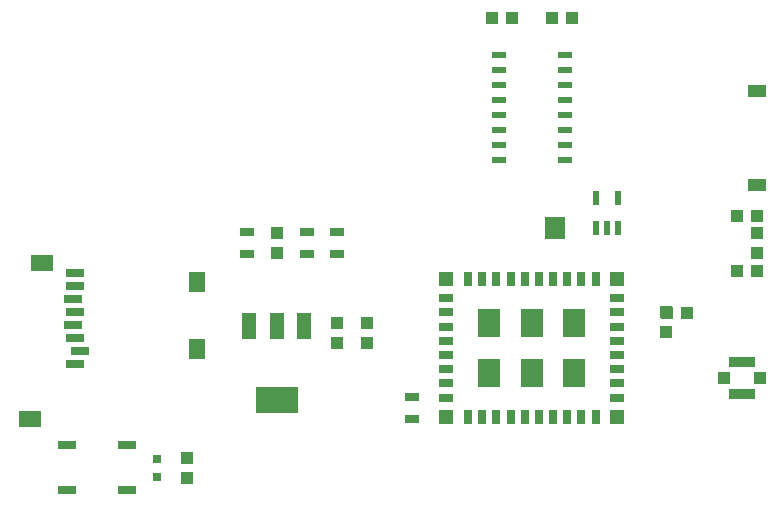
<source format=gbr>
G04 EAGLE Gerber RS-274X export*
G75*
%MOMM*%
%FSLAX34Y34*%
%LPD*%
%INSolderpaste Top*%
%IPPOS*%
%AMOC8*
5,1,8,0,0,1.08239X$1,22.5*%
G01*
%ADD10R,0.700000X1.200000*%
%ADD11R,1.200000X0.700000*%
%ADD12R,1.900000X2.400000*%
%ADD13R,1.200000X1.200000*%
%ADD14R,1.500000X1.000000*%
%ADD15R,2.200000X0.850000*%
%ADD16R,1.050000X1.000000*%
%ADD17R,1.000000X1.100000*%
%ADD18R,1.200000X0.800000*%
%ADD19R,1.219200X2.235200*%
%ADD20R,3.600000X2.200000*%
%ADD21R,1.200000X0.600000*%
%ADD22R,1.524000X0.762000*%
%ADD23R,1.400000X1.800000*%
%ADD24R,1.900000X1.400000*%
%ADD25R,1.500000X0.800000*%
%ADD26R,1.727200X1.955800*%
%ADD27R,1.100000X1.000000*%
%ADD28R,0.800000X0.800000*%
%ADD29R,0.550000X1.200000*%


D10*
X498500Y198200D03*
X486500Y198200D03*
X474500Y198200D03*
X462500Y198200D03*
X450500Y198200D03*
X438500Y198200D03*
X426500Y198200D03*
X414500Y198200D03*
X402500Y198200D03*
X390500Y198200D03*
X498500Y81200D03*
X486500Y81200D03*
X474500Y81200D03*
X462500Y81200D03*
X450500Y81200D03*
X438500Y81200D03*
X426500Y81200D03*
X414500Y81200D03*
X402500Y81200D03*
X390500Y81200D03*
D11*
X372000Y181700D03*
X372000Y169700D03*
X372000Y157700D03*
X372000Y145700D03*
X372000Y133700D03*
X372000Y121700D03*
X372000Y109700D03*
X372000Y97700D03*
X517000Y97700D03*
X517000Y109700D03*
X517000Y121700D03*
X517000Y133700D03*
X517000Y145700D03*
X517000Y157700D03*
X517000Y169700D03*
X517000Y181700D03*
D12*
X480500Y161200D03*
X444500Y161200D03*
X408500Y161200D03*
X480500Y118200D03*
X444500Y118200D03*
X408500Y118200D03*
D13*
X517000Y198200D03*
X372000Y198200D03*
X372000Y81200D03*
X517000Y81200D03*
D14*
X635000Y277500D03*
X635000Y357500D03*
D15*
X622300Y100550D03*
X622300Y128050D03*
D16*
X607050Y114300D03*
X637550Y114300D03*
D17*
X228600Y220100D03*
X228600Y237100D03*
D18*
X279400Y219600D03*
X279400Y237600D03*
D17*
X279400Y143900D03*
X279400Y160900D03*
X304800Y160900D03*
X304800Y143900D03*
D19*
X251714Y157988D03*
X228600Y157988D03*
X205486Y157988D03*
D20*
X228600Y96010D03*
D21*
X472500Y298450D03*
X472500Y311150D03*
X472500Y323850D03*
X472500Y336550D03*
X472500Y349250D03*
X472500Y361950D03*
X472500Y374650D03*
X472500Y387350D03*
X416500Y387350D03*
X416500Y374650D03*
X416500Y361950D03*
X416500Y349250D03*
X416500Y336550D03*
X416500Y323850D03*
X416500Y311150D03*
X416500Y298450D03*
D22*
X50800Y57150D03*
X101600Y57150D03*
X50800Y19050D03*
X101600Y19050D03*
D23*
X161100Y138400D03*
X161100Y195400D03*
D24*
X29600Y211400D03*
X19600Y79900D03*
D25*
X58100Y126500D03*
X62100Y137500D03*
X58100Y148500D03*
X56100Y159500D03*
X58100Y170500D03*
X56100Y181500D03*
X58100Y192500D03*
X58100Y203500D03*
D26*
X464058Y240919D03*
D18*
X342900Y79900D03*
X342900Y97900D03*
D27*
X575682Y169672D03*
X558682Y169672D03*
X634864Y251460D03*
X617864Y251460D03*
X634864Y205232D03*
X617864Y205232D03*
D17*
X558546Y169790D03*
X558546Y152790D03*
X635000Y237100D03*
X635000Y220100D03*
X152400Y29600D03*
X152400Y46600D03*
D28*
X127000Y45600D03*
X127000Y30600D03*
D27*
X410600Y419100D03*
X427600Y419100D03*
X478400Y419100D03*
X461400Y419100D03*
D29*
X498500Y240999D03*
X508000Y240999D03*
X517500Y240999D03*
X517500Y267001D03*
X498500Y267001D03*
D18*
X203200Y219600D03*
X203200Y237600D03*
X254000Y219600D03*
X254000Y237600D03*
M02*

</source>
